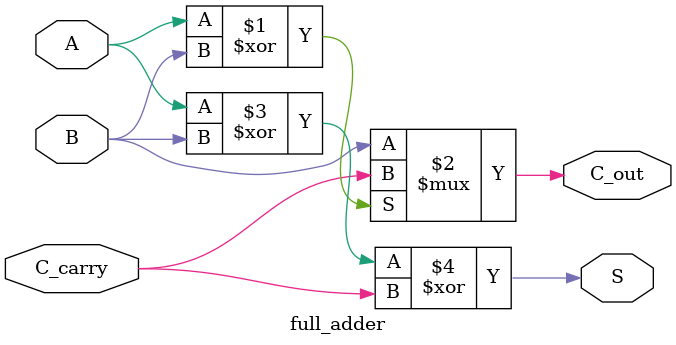
<source format=v>
module lab3_part2(SW, LEDR);
 input [9:0] SW;
 output [9:0] LEDR;

 fourBitAdder add(.A(SW[7:4]), .B(SW[3:0]), .C_carry(SW[8]), .C_out(LEDR[9]), .S(LEDR[3:0]));

endmodule

module fourBitAdder(A, B, C_carry, C_out, S);
 input [3:0] A;
 input [3:0] B;
 input C_carry;
 output C_out;
 output [3:0] S;
 
 wire w1, w2, w3;
 
 full_adder add_1(.A(A[0]), .B(B[0]), .C_carry(C_carry), .C_out(w1), .S(S[0]));
 full_adder add_2(.A(A[1]), .B(B[1]), .C_carry(w1), .C_out(w2), .S(S[1]));
 full_adder add_3(.A(A[2]), .B(B[2]), .C_carry(w2), .C_out(w3), .S(S[2]));
 full_adder add_4(.A(A[3]), .B(B[3]), .C_carry(w3), .C_out(C_out), .S(S[3]));
endmodule

module full_adder(A, B, C_carry, C_out, S);
 input A, B, C_carry;
 output C_out, S;
 
 assign C_out = (A^B) ? C_carry : B; 
 assign S = A^B^C_carry;
endmodule

</source>
